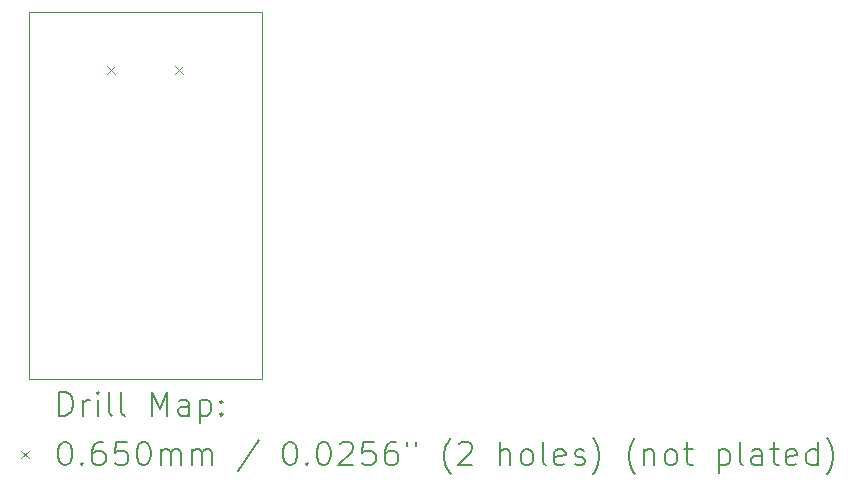
<source format=gbr>
%TF.GenerationSoftware,KiCad,Pcbnew,7.0.11-7.0.11~ubuntu22.04.1*%
%TF.CreationDate,2024-10-26T23:49:20+02:00*%
%TF.ProjectId,C6-40-Flash-test,43362d34-302d-4466-9c61-73682d746573,1.0*%
%TF.SameCoordinates,Original*%
%TF.FileFunction,Drillmap*%
%TF.FilePolarity,Positive*%
%FSLAX45Y45*%
G04 Gerber Fmt 4.5, Leading zero omitted, Abs format (unit mm)*
G04 Created by KiCad (PCBNEW 7.0.11-7.0.11~ubuntu22.04.1) date 2024-10-26 23:49:20*
%MOMM*%
%LPD*%
G01*
G04 APERTURE LIST*
%ADD10C,0.050000*%
%ADD11C,0.200000*%
%ADD12C,0.100000*%
G04 APERTURE END LIST*
D10*
X13235000Y-11269500D02*
X13235000Y-8163500D01*
X15207000Y-8163500D02*
X15207000Y-11269500D01*
X15207000Y-11269500D02*
X13235000Y-11269500D01*
X13235000Y-8163500D02*
X15207000Y-8163500D01*
D11*
D12*
X13897500Y-8626000D02*
X13962500Y-8691000D01*
X13962500Y-8626000D02*
X13897500Y-8691000D01*
X14475500Y-8626000D02*
X14540500Y-8691000D01*
X14540500Y-8626000D02*
X14475500Y-8691000D01*
D11*
X13493277Y-11583484D02*
X13493277Y-11383484D01*
X13493277Y-11383484D02*
X13540896Y-11383484D01*
X13540896Y-11383484D02*
X13569467Y-11393008D01*
X13569467Y-11393008D02*
X13588515Y-11412055D01*
X13588515Y-11412055D02*
X13598039Y-11431103D01*
X13598039Y-11431103D02*
X13607562Y-11469198D01*
X13607562Y-11469198D02*
X13607562Y-11497769D01*
X13607562Y-11497769D02*
X13598039Y-11535865D01*
X13598039Y-11535865D02*
X13588515Y-11554912D01*
X13588515Y-11554912D02*
X13569467Y-11573960D01*
X13569467Y-11573960D02*
X13540896Y-11583484D01*
X13540896Y-11583484D02*
X13493277Y-11583484D01*
X13693277Y-11583484D02*
X13693277Y-11450150D01*
X13693277Y-11488246D02*
X13702801Y-11469198D01*
X13702801Y-11469198D02*
X13712324Y-11459674D01*
X13712324Y-11459674D02*
X13731372Y-11450150D01*
X13731372Y-11450150D02*
X13750420Y-11450150D01*
X13817086Y-11583484D02*
X13817086Y-11450150D01*
X13817086Y-11383484D02*
X13807562Y-11393008D01*
X13807562Y-11393008D02*
X13817086Y-11402531D01*
X13817086Y-11402531D02*
X13826610Y-11393008D01*
X13826610Y-11393008D02*
X13817086Y-11383484D01*
X13817086Y-11383484D02*
X13817086Y-11402531D01*
X13940896Y-11583484D02*
X13921848Y-11573960D01*
X13921848Y-11573960D02*
X13912324Y-11554912D01*
X13912324Y-11554912D02*
X13912324Y-11383484D01*
X14045658Y-11583484D02*
X14026610Y-11573960D01*
X14026610Y-11573960D02*
X14017086Y-11554912D01*
X14017086Y-11554912D02*
X14017086Y-11383484D01*
X14274229Y-11583484D02*
X14274229Y-11383484D01*
X14274229Y-11383484D02*
X14340896Y-11526341D01*
X14340896Y-11526341D02*
X14407562Y-11383484D01*
X14407562Y-11383484D02*
X14407562Y-11583484D01*
X14588515Y-11583484D02*
X14588515Y-11478722D01*
X14588515Y-11478722D02*
X14578991Y-11459674D01*
X14578991Y-11459674D02*
X14559943Y-11450150D01*
X14559943Y-11450150D02*
X14521848Y-11450150D01*
X14521848Y-11450150D02*
X14502801Y-11459674D01*
X14588515Y-11573960D02*
X14569467Y-11583484D01*
X14569467Y-11583484D02*
X14521848Y-11583484D01*
X14521848Y-11583484D02*
X14502801Y-11573960D01*
X14502801Y-11573960D02*
X14493277Y-11554912D01*
X14493277Y-11554912D02*
X14493277Y-11535865D01*
X14493277Y-11535865D02*
X14502801Y-11516817D01*
X14502801Y-11516817D02*
X14521848Y-11507293D01*
X14521848Y-11507293D02*
X14569467Y-11507293D01*
X14569467Y-11507293D02*
X14588515Y-11497769D01*
X14683753Y-11450150D02*
X14683753Y-11650150D01*
X14683753Y-11459674D02*
X14702801Y-11450150D01*
X14702801Y-11450150D02*
X14740896Y-11450150D01*
X14740896Y-11450150D02*
X14759943Y-11459674D01*
X14759943Y-11459674D02*
X14769467Y-11469198D01*
X14769467Y-11469198D02*
X14778991Y-11488246D01*
X14778991Y-11488246D02*
X14778991Y-11545388D01*
X14778991Y-11545388D02*
X14769467Y-11564436D01*
X14769467Y-11564436D02*
X14759943Y-11573960D01*
X14759943Y-11573960D02*
X14740896Y-11583484D01*
X14740896Y-11583484D02*
X14702801Y-11583484D01*
X14702801Y-11583484D02*
X14683753Y-11573960D01*
X14864705Y-11564436D02*
X14874229Y-11573960D01*
X14874229Y-11573960D02*
X14864705Y-11583484D01*
X14864705Y-11583484D02*
X14855182Y-11573960D01*
X14855182Y-11573960D02*
X14864705Y-11564436D01*
X14864705Y-11564436D02*
X14864705Y-11583484D01*
X14864705Y-11459674D02*
X14874229Y-11469198D01*
X14874229Y-11469198D02*
X14864705Y-11478722D01*
X14864705Y-11478722D02*
X14855182Y-11469198D01*
X14855182Y-11469198D02*
X14864705Y-11459674D01*
X14864705Y-11459674D02*
X14864705Y-11478722D01*
D12*
X13167500Y-11879500D02*
X13232500Y-11944500D01*
X13232500Y-11879500D02*
X13167500Y-11944500D01*
D11*
X13531372Y-11803484D02*
X13550420Y-11803484D01*
X13550420Y-11803484D02*
X13569467Y-11813008D01*
X13569467Y-11813008D02*
X13578991Y-11822531D01*
X13578991Y-11822531D02*
X13588515Y-11841579D01*
X13588515Y-11841579D02*
X13598039Y-11879674D01*
X13598039Y-11879674D02*
X13598039Y-11927293D01*
X13598039Y-11927293D02*
X13588515Y-11965388D01*
X13588515Y-11965388D02*
X13578991Y-11984436D01*
X13578991Y-11984436D02*
X13569467Y-11993960D01*
X13569467Y-11993960D02*
X13550420Y-12003484D01*
X13550420Y-12003484D02*
X13531372Y-12003484D01*
X13531372Y-12003484D02*
X13512324Y-11993960D01*
X13512324Y-11993960D02*
X13502801Y-11984436D01*
X13502801Y-11984436D02*
X13493277Y-11965388D01*
X13493277Y-11965388D02*
X13483753Y-11927293D01*
X13483753Y-11927293D02*
X13483753Y-11879674D01*
X13483753Y-11879674D02*
X13493277Y-11841579D01*
X13493277Y-11841579D02*
X13502801Y-11822531D01*
X13502801Y-11822531D02*
X13512324Y-11813008D01*
X13512324Y-11813008D02*
X13531372Y-11803484D01*
X13683753Y-11984436D02*
X13693277Y-11993960D01*
X13693277Y-11993960D02*
X13683753Y-12003484D01*
X13683753Y-12003484D02*
X13674229Y-11993960D01*
X13674229Y-11993960D02*
X13683753Y-11984436D01*
X13683753Y-11984436D02*
X13683753Y-12003484D01*
X13864705Y-11803484D02*
X13826610Y-11803484D01*
X13826610Y-11803484D02*
X13807562Y-11813008D01*
X13807562Y-11813008D02*
X13798039Y-11822531D01*
X13798039Y-11822531D02*
X13778991Y-11851103D01*
X13778991Y-11851103D02*
X13769467Y-11889198D01*
X13769467Y-11889198D02*
X13769467Y-11965388D01*
X13769467Y-11965388D02*
X13778991Y-11984436D01*
X13778991Y-11984436D02*
X13788515Y-11993960D01*
X13788515Y-11993960D02*
X13807562Y-12003484D01*
X13807562Y-12003484D02*
X13845658Y-12003484D01*
X13845658Y-12003484D02*
X13864705Y-11993960D01*
X13864705Y-11993960D02*
X13874229Y-11984436D01*
X13874229Y-11984436D02*
X13883753Y-11965388D01*
X13883753Y-11965388D02*
X13883753Y-11917769D01*
X13883753Y-11917769D02*
X13874229Y-11898722D01*
X13874229Y-11898722D02*
X13864705Y-11889198D01*
X13864705Y-11889198D02*
X13845658Y-11879674D01*
X13845658Y-11879674D02*
X13807562Y-11879674D01*
X13807562Y-11879674D02*
X13788515Y-11889198D01*
X13788515Y-11889198D02*
X13778991Y-11898722D01*
X13778991Y-11898722D02*
X13769467Y-11917769D01*
X14064705Y-11803484D02*
X13969467Y-11803484D01*
X13969467Y-11803484D02*
X13959943Y-11898722D01*
X13959943Y-11898722D02*
X13969467Y-11889198D01*
X13969467Y-11889198D02*
X13988515Y-11879674D01*
X13988515Y-11879674D02*
X14036134Y-11879674D01*
X14036134Y-11879674D02*
X14055182Y-11889198D01*
X14055182Y-11889198D02*
X14064705Y-11898722D01*
X14064705Y-11898722D02*
X14074229Y-11917769D01*
X14074229Y-11917769D02*
X14074229Y-11965388D01*
X14074229Y-11965388D02*
X14064705Y-11984436D01*
X14064705Y-11984436D02*
X14055182Y-11993960D01*
X14055182Y-11993960D02*
X14036134Y-12003484D01*
X14036134Y-12003484D02*
X13988515Y-12003484D01*
X13988515Y-12003484D02*
X13969467Y-11993960D01*
X13969467Y-11993960D02*
X13959943Y-11984436D01*
X14198039Y-11803484D02*
X14217086Y-11803484D01*
X14217086Y-11803484D02*
X14236134Y-11813008D01*
X14236134Y-11813008D02*
X14245658Y-11822531D01*
X14245658Y-11822531D02*
X14255182Y-11841579D01*
X14255182Y-11841579D02*
X14264705Y-11879674D01*
X14264705Y-11879674D02*
X14264705Y-11927293D01*
X14264705Y-11927293D02*
X14255182Y-11965388D01*
X14255182Y-11965388D02*
X14245658Y-11984436D01*
X14245658Y-11984436D02*
X14236134Y-11993960D01*
X14236134Y-11993960D02*
X14217086Y-12003484D01*
X14217086Y-12003484D02*
X14198039Y-12003484D01*
X14198039Y-12003484D02*
X14178991Y-11993960D01*
X14178991Y-11993960D02*
X14169467Y-11984436D01*
X14169467Y-11984436D02*
X14159943Y-11965388D01*
X14159943Y-11965388D02*
X14150420Y-11927293D01*
X14150420Y-11927293D02*
X14150420Y-11879674D01*
X14150420Y-11879674D02*
X14159943Y-11841579D01*
X14159943Y-11841579D02*
X14169467Y-11822531D01*
X14169467Y-11822531D02*
X14178991Y-11813008D01*
X14178991Y-11813008D02*
X14198039Y-11803484D01*
X14350420Y-12003484D02*
X14350420Y-11870150D01*
X14350420Y-11889198D02*
X14359943Y-11879674D01*
X14359943Y-11879674D02*
X14378991Y-11870150D01*
X14378991Y-11870150D02*
X14407563Y-11870150D01*
X14407563Y-11870150D02*
X14426610Y-11879674D01*
X14426610Y-11879674D02*
X14436134Y-11898722D01*
X14436134Y-11898722D02*
X14436134Y-12003484D01*
X14436134Y-11898722D02*
X14445658Y-11879674D01*
X14445658Y-11879674D02*
X14464705Y-11870150D01*
X14464705Y-11870150D02*
X14493277Y-11870150D01*
X14493277Y-11870150D02*
X14512324Y-11879674D01*
X14512324Y-11879674D02*
X14521848Y-11898722D01*
X14521848Y-11898722D02*
X14521848Y-12003484D01*
X14617086Y-12003484D02*
X14617086Y-11870150D01*
X14617086Y-11889198D02*
X14626610Y-11879674D01*
X14626610Y-11879674D02*
X14645658Y-11870150D01*
X14645658Y-11870150D02*
X14674229Y-11870150D01*
X14674229Y-11870150D02*
X14693277Y-11879674D01*
X14693277Y-11879674D02*
X14702801Y-11898722D01*
X14702801Y-11898722D02*
X14702801Y-12003484D01*
X14702801Y-11898722D02*
X14712324Y-11879674D01*
X14712324Y-11879674D02*
X14731372Y-11870150D01*
X14731372Y-11870150D02*
X14759943Y-11870150D01*
X14759943Y-11870150D02*
X14778991Y-11879674D01*
X14778991Y-11879674D02*
X14788515Y-11898722D01*
X14788515Y-11898722D02*
X14788515Y-12003484D01*
X15178991Y-11793960D02*
X15007563Y-12051103D01*
X15436134Y-11803484D02*
X15455182Y-11803484D01*
X15455182Y-11803484D02*
X15474229Y-11813008D01*
X15474229Y-11813008D02*
X15483753Y-11822531D01*
X15483753Y-11822531D02*
X15493277Y-11841579D01*
X15493277Y-11841579D02*
X15502801Y-11879674D01*
X15502801Y-11879674D02*
X15502801Y-11927293D01*
X15502801Y-11927293D02*
X15493277Y-11965388D01*
X15493277Y-11965388D02*
X15483753Y-11984436D01*
X15483753Y-11984436D02*
X15474229Y-11993960D01*
X15474229Y-11993960D02*
X15455182Y-12003484D01*
X15455182Y-12003484D02*
X15436134Y-12003484D01*
X15436134Y-12003484D02*
X15417086Y-11993960D01*
X15417086Y-11993960D02*
X15407563Y-11984436D01*
X15407563Y-11984436D02*
X15398039Y-11965388D01*
X15398039Y-11965388D02*
X15388515Y-11927293D01*
X15388515Y-11927293D02*
X15388515Y-11879674D01*
X15388515Y-11879674D02*
X15398039Y-11841579D01*
X15398039Y-11841579D02*
X15407563Y-11822531D01*
X15407563Y-11822531D02*
X15417086Y-11813008D01*
X15417086Y-11813008D02*
X15436134Y-11803484D01*
X15588515Y-11984436D02*
X15598039Y-11993960D01*
X15598039Y-11993960D02*
X15588515Y-12003484D01*
X15588515Y-12003484D02*
X15578991Y-11993960D01*
X15578991Y-11993960D02*
X15588515Y-11984436D01*
X15588515Y-11984436D02*
X15588515Y-12003484D01*
X15721848Y-11803484D02*
X15740896Y-11803484D01*
X15740896Y-11803484D02*
X15759944Y-11813008D01*
X15759944Y-11813008D02*
X15769467Y-11822531D01*
X15769467Y-11822531D02*
X15778991Y-11841579D01*
X15778991Y-11841579D02*
X15788515Y-11879674D01*
X15788515Y-11879674D02*
X15788515Y-11927293D01*
X15788515Y-11927293D02*
X15778991Y-11965388D01*
X15778991Y-11965388D02*
X15769467Y-11984436D01*
X15769467Y-11984436D02*
X15759944Y-11993960D01*
X15759944Y-11993960D02*
X15740896Y-12003484D01*
X15740896Y-12003484D02*
X15721848Y-12003484D01*
X15721848Y-12003484D02*
X15702801Y-11993960D01*
X15702801Y-11993960D02*
X15693277Y-11984436D01*
X15693277Y-11984436D02*
X15683753Y-11965388D01*
X15683753Y-11965388D02*
X15674229Y-11927293D01*
X15674229Y-11927293D02*
X15674229Y-11879674D01*
X15674229Y-11879674D02*
X15683753Y-11841579D01*
X15683753Y-11841579D02*
X15693277Y-11822531D01*
X15693277Y-11822531D02*
X15702801Y-11813008D01*
X15702801Y-11813008D02*
X15721848Y-11803484D01*
X15864706Y-11822531D02*
X15874229Y-11813008D01*
X15874229Y-11813008D02*
X15893277Y-11803484D01*
X15893277Y-11803484D02*
X15940896Y-11803484D01*
X15940896Y-11803484D02*
X15959944Y-11813008D01*
X15959944Y-11813008D02*
X15969467Y-11822531D01*
X15969467Y-11822531D02*
X15978991Y-11841579D01*
X15978991Y-11841579D02*
X15978991Y-11860627D01*
X15978991Y-11860627D02*
X15969467Y-11889198D01*
X15969467Y-11889198D02*
X15855182Y-12003484D01*
X15855182Y-12003484D02*
X15978991Y-12003484D01*
X16159944Y-11803484D02*
X16064706Y-11803484D01*
X16064706Y-11803484D02*
X16055182Y-11898722D01*
X16055182Y-11898722D02*
X16064706Y-11889198D01*
X16064706Y-11889198D02*
X16083753Y-11879674D01*
X16083753Y-11879674D02*
X16131372Y-11879674D01*
X16131372Y-11879674D02*
X16150420Y-11889198D01*
X16150420Y-11889198D02*
X16159944Y-11898722D01*
X16159944Y-11898722D02*
X16169467Y-11917769D01*
X16169467Y-11917769D02*
X16169467Y-11965388D01*
X16169467Y-11965388D02*
X16159944Y-11984436D01*
X16159944Y-11984436D02*
X16150420Y-11993960D01*
X16150420Y-11993960D02*
X16131372Y-12003484D01*
X16131372Y-12003484D02*
X16083753Y-12003484D01*
X16083753Y-12003484D02*
X16064706Y-11993960D01*
X16064706Y-11993960D02*
X16055182Y-11984436D01*
X16340896Y-11803484D02*
X16302801Y-11803484D01*
X16302801Y-11803484D02*
X16283753Y-11813008D01*
X16283753Y-11813008D02*
X16274229Y-11822531D01*
X16274229Y-11822531D02*
X16255182Y-11851103D01*
X16255182Y-11851103D02*
X16245658Y-11889198D01*
X16245658Y-11889198D02*
X16245658Y-11965388D01*
X16245658Y-11965388D02*
X16255182Y-11984436D01*
X16255182Y-11984436D02*
X16264706Y-11993960D01*
X16264706Y-11993960D02*
X16283753Y-12003484D01*
X16283753Y-12003484D02*
X16321848Y-12003484D01*
X16321848Y-12003484D02*
X16340896Y-11993960D01*
X16340896Y-11993960D02*
X16350420Y-11984436D01*
X16350420Y-11984436D02*
X16359944Y-11965388D01*
X16359944Y-11965388D02*
X16359944Y-11917769D01*
X16359944Y-11917769D02*
X16350420Y-11898722D01*
X16350420Y-11898722D02*
X16340896Y-11889198D01*
X16340896Y-11889198D02*
X16321848Y-11879674D01*
X16321848Y-11879674D02*
X16283753Y-11879674D01*
X16283753Y-11879674D02*
X16264706Y-11889198D01*
X16264706Y-11889198D02*
X16255182Y-11898722D01*
X16255182Y-11898722D02*
X16245658Y-11917769D01*
X16436134Y-11803484D02*
X16436134Y-11841579D01*
X16512325Y-11803484D02*
X16512325Y-11841579D01*
X16807563Y-12079674D02*
X16798039Y-12070150D01*
X16798039Y-12070150D02*
X16778991Y-12041579D01*
X16778991Y-12041579D02*
X16769468Y-12022531D01*
X16769468Y-12022531D02*
X16759944Y-11993960D01*
X16759944Y-11993960D02*
X16750420Y-11946341D01*
X16750420Y-11946341D02*
X16750420Y-11908246D01*
X16750420Y-11908246D02*
X16759944Y-11860627D01*
X16759944Y-11860627D02*
X16769468Y-11832055D01*
X16769468Y-11832055D02*
X16778991Y-11813008D01*
X16778991Y-11813008D02*
X16798039Y-11784436D01*
X16798039Y-11784436D02*
X16807563Y-11774912D01*
X16874230Y-11822531D02*
X16883753Y-11813008D01*
X16883753Y-11813008D02*
X16902801Y-11803484D01*
X16902801Y-11803484D02*
X16950420Y-11803484D01*
X16950420Y-11803484D02*
X16969468Y-11813008D01*
X16969468Y-11813008D02*
X16978991Y-11822531D01*
X16978991Y-11822531D02*
X16988515Y-11841579D01*
X16988515Y-11841579D02*
X16988515Y-11860627D01*
X16988515Y-11860627D02*
X16978991Y-11889198D01*
X16978991Y-11889198D02*
X16864706Y-12003484D01*
X16864706Y-12003484D02*
X16988515Y-12003484D01*
X17226611Y-12003484D02*
X17226611Y-11803484D01*
X17312325Y-12003484D02*
X17312325Y-11898722D01*
X17312325Y-11898722D02*
X17302801Y-11879674D01*
X17302801Y-11879674D02*
X17283753Y-11870150D01*
X17283753Y-11870150D02*
X17255182Y-11870150D01*
X17255182Y-11870150D02*
X17236134Y-11879674D01*
X17236134Y-11879674D02*
X17226611Y-11889198D01*
X17436134Y-12003484D02*
X17417087Y-11993960D01*
X17417087Y-11993960D02*
X17407563Y-11984436D01*
X17407563Y-11984436D02*
X17398039Y-11965388D01*
X17398039Y-11965388D02*
X17398039Y-11908246D01*
X17398039Y-11908246D02*
X17407563Y-11889198D01*
X17407563Y-11889198D02*
X17417087Y-11879674D01*
X17417087Y-11879674D02*
X17436134Y-11870150D01*
X17436134Y-11870150D02*
X17464706Y-11870150D01*
X17464706Y-11870150D02*
X17483753Y-11879674D01*
X17483753Y-11879674D02*
X17493277Y-11889198D01*
X17493277Y-11889198D02*
X17502801Y-11908246D01*
X17502801Y-11908246D02*
X17502801Y-11965388D01*
X17502801Y-11965388D02*
X17493277Y-11984436D01*
X17493277Y-11984436D02*
X17483753Y-11993960D01*
X17483753Y-11993960D02*
X17464706Y-12003484D01*
X17464706Y-12003484D02*
X17436134Y-12003484D01*
X17617087Y-12003484D02*
X17598039Y-11993960D01*
X17598039Y-11993960D02*
X17588515Y-11974912D01*
X17588515Y-11974912D02*
X17588515Y-11803484D01*
X17769468Y-11993960D02*
X17750420Y-12003484D01*
X17750420Y-12003484D02*
X17712325Y-12003484D01*
X17712325Y-12003484D02*
X17693277Y-11993960D01*
X17693277Y-11993960D02*
X17683753Y-11974912D01*
X17683753Y-11974912D02*
X17683753Y-11898722D01*
X17683753Y-11898722D02*
X17693277Y-11879674D01*
X17693277Y-11879674D02*
X17712325Y-11870150D01*
X17712325Y-11870150D02*
X17750420Y-11870150D01*
X17750420Y-11870150D02*
X17769468Y-11879674D01*
X17769468Y-11879674D02*
X17778992Y-11898722D01*
X17778992Y-11898722D02*
X17778992Y-11917769D01*
X17778992Y-11917769D02*
X17683753Y-11936817D01*
X17855182Y-11993960D02*
X17874230Y-12003484D01*
X17874230Y-12003484D02*
X17912325Y-12003484D01*
X17912325Y-12003484D02*
X17931373Y-11993960D01*
X17931373Y-11993960D02*
X17940896Y-11974912D01*
X17940896Y-11974912D02*
X17940896Y-11965388D01*
X17940896Y-11965388D02*
X17931373Y-11946341D01*
X17931373Y-11946341D02*
X17912325Y-11936817D01*
X17912325Y-11936817D02*
X17883753Y-11936817D01*
X17883753Y-11936817D02*
X17864706Y-11927293D01*
X17864706Y-11927293D02*
X17855182Y-11908246D01*
X17855182Y-11908246D02*
X17855182Y-11898722D01*
X17855182Y-11898722D02*
X17864706Y-11879674D01*
X17864706Y-11879674D02*
X17883753Y-11870150D01*
X17883753Y-11870150D02*
X17912325Y-11870150D01*
X17912325Y-11870150D02*
X17931373Y-11879674D01*
X18007563Y-12079674D02*
X18017087Y-12070150D01*
X18017087Y-12070150D02*
X18036134Y-12041579D01*
X18036134Y-12041579D02*
X18045658Y-12022531D01*
X18045658Y-12022531D02*
X18055182Y-11993960D01*
X18055182Y-11993960D02*
X18064706Y-11946341D01*
X18064706Y-11946341D02*
X18064706Y-11908246D01*
X18064706Y-11908246D02*
X18055182Y-11860627D01*
X18055182Y-11860627D02*
X18045658Y-11832055D01*
X18045658Y-11832055D02*
X18036134Y-11813008D01*
X18036134Y-11813008D02*
X18017087Y-11784436D01*
X18017087Y-11784436D02*
X18007563Y-11774912D01*
X18369468Y-12079674D02*
X18359944Y-12070150D01*
X18359944Y-12070150D02*
X18340896Y-12041579D01*
X18340896Y-12041579D02*
X18331373Y-12022531D01*
X18331373Y-12022531D02*
X18321849Y-11993960D01*
X18321849Y-11993960D02*
X18312325Y-11946341D01*
X18312325Y-11946341D02*
X18312325Y-11908246D01*
X18312325Y-11908246D02*
X18321849Y-11860627D01*
X18321849Y-11860627D02*
X18331373Y-11832055D01*
X18331373Y-11832055D02*
X18340896Y-11813008D01*
X18340896Y-11813008D02*
X18359944Y-11784436D01*
X18359944Y-11784436D02*
X18369468Y-11774912D01*
X18445658Y-11870150D02*
X18445658Y-12003484D01*
X18445658Y-11889198D02*
X18455182Y-11879674D01*
X18455182Y-11879674D02*
X18474230Y-11870150D01*
X18474230Y-11870150D02*
X18502801Y-11870150D01*
X18502801Y-11870150D02*
X18521849Y-11879674D01*
X18521849Y-11879674D02*
X18531373Y-11898722D01*
X18531373Y-11898722D02*
X18531373Y-12003484D01*
X18655182Y-12003484D02*
X18636134Y-11993960D01*
X18636134Y-11993960D02*
X18626611Y-11984436D01*
X18626611Y-11984436D02*
X18617087Y-11965388D01*
X18617087Y-11965388D02*
X18617087Y-11908246D01*
X18617087Y-11908246D02*
X18626611Y-11889198D01*
X18626611Y-11889198D02*
X18636134Y-11879674D01*
X18636134Y-11879674D02*
X18655182Y-11870150D01*
X18655182Y-11870150D02*
X18683754Y-11870150D01*
X18683754Y-11870150D02*
X18702801Y-11879674D01*
X18702801Y-11879674D02*
X18712325Y-11889198D01*
X18712325Y-11889198D02*
X18721849Y-11908246D01*
X18721849Y-11908246D02*
X18721849Y-11965388D01*
X18721849Y-11965388D02*
X18712325Y-11984436D01*
X18712325Y-11984436D02*
X18702801Y-11993960D01*
X18702801Y-11993960D02*
X18683754Y-12003484D01*
X18683754Y-12003484D02*
X18655182Y-12003484D01*
X18778992Y-11870150D02*
X18855182Y-11870150D01*
X18807563Y-11803484D02*
X18807563Y-11974912D01*
X18807563Y-11974912D02*
X18817087Y-11993960D01*
X18817087Y-11993960D02*
X18836134Y-12003484D01*
X18836134Y-12003484D02*
X18855182Y-12003484D01*
X19074230Y-11870150D02*
X19074230Y-12070150D01*
X19074230Y-11879674D02*
X19093277Y-11870150D01*
X19093277Y-11870150D02*
X19131373Y-11870150D01*
X19131373Y-11870150D02*
X19150420Y-11879674D01*
X19150420Y-11879674D02*
X19159944Y-11889198D01*
X19159944Y-11889198D02*
X19169468Y-11908246D01*
X19169468Y-11908246D02*
X19169468Y-11965388D01*
X19169468Y-11965388D02*
X19159944Y-11984436D01*
X19159944Y-11984436D02*
X19150420Y-11993960D01*
X19150420Y-11993960D02*
X19131373Y-12003484D01*
X19131373Y-12003484D02*
X19093277Y-12003484D01*
X19093277Y-12003484D02*
X19074230Y-11993960D01*
X19283754Y-12003484D02*
X19264706Y-11993960D01*
X19264706Y-11993960D02*
X19255182Y-11974912D01*
X19255182Y-11974912D02*
X19255182Y-11803484D01*
X19445658Y-12003484D02*
X19445658Y-11898722D01*
X19445658Y-11898722D02*
X19436135Y-11879674D01*
X19436135Y-11879674D02*
X19417087Y-11870150D01*
X19417087Y-11870150D02*
X19378992Y-11870150D01*
X19378992Y-11870150D02*
X19359944Y-11879674D01*
X19445658Y-11993960D02*
X19426611Y-12003484D01*
X19426611Y-12003484D02*
X19378992Y-12003484D01*
X19378992Y-12003484D02*
X19359944Y-11993960D01*
X19359944Y-11993960D02*
X19350420Y-11974912D01*
X19350420Y-11974912D02*
X19350420Y-11955865D01*
X19350420Y-11955865D02*
X19359944Y-11936817D01*
X19359944Y-11936817D02*
X19378992Y-11927293D01*
X19378992Y-11927293D02*
X19426611Y-11927293D01*
X19426611Y-11927293D02*
X19445658Y-11917769D01*
X19512325Y-11870150D02*
X19588515Y-11870150D01*
X19540896Y-11803484D02*
X19540896Y-11974912D01*
X19540896Y-11974912D02*
X19550420Y-11993960D01*
X19550420Y-11993960D02*
X19569468Y-12003484D01*
X19569468Y-12003484D02*
X19588515Y-12003484D01*
X19731373Y-11993960D02*
X19712325Y-12003484D01*
X19712325Y-12003484D02*
X19674230Y-12003484D01*
X19674230Y-12003484D02*
X19655182Y-11993960D01*
X19655182Y-11993960D02*
X19645658Y-11974912D01*
X19645658Y-11974912D02*
X19645658Y-11898722D01*
X19645658Y-11898722D02*
X19655182Y-11879674D01*
X19655182Y-11879674D02*
X19674230Y-11870150D01*
X19674230Y-11870150D02*
X19712325Y-11870150D01*
X19712325Y-11870150D02*
X19731373Y-11879674D01*
X19731373Y-11879674D02*
X19740896Y-11898722D01*
X19740896Y-11898722D02*
X19740896Y-11917769D01*
X19740896Y-11917769D02*
X19645658Y-11936817D01*
X19912325Y-12003484D02*
X19912325Y-11803484D01*
X19912325Y-11993960D02*
X19893277Y-12003484D01*
X19893277Y-12003484D02*
X19855182Y-12003484D01*
X19855182Y-12003484D02*
X19836135Y-11993960D01*
X19836135Y-11993960D02*
X19826611Y-11984436D01*
X19826611Y-11984436D02*
X19817087Y-11965388D01*
X19817087Y-11965388D02*
X19817087Y-11908246D01*
X19817087Y-11908246D02*
X19826611Y-11889198D01*
X19826611Y-11889198D02*
X19836135Y-11879674D01*
X19836135Y-11879674D02*
X19855182Y-11870150D01*
X19855182Y-11870150D02*
X19893277Y-11870150D01*
X19893277Y-11870150D02*
X19912325Y-11879674D01*
X19988516Y-12079674D02*
X19998039Y-12070150D01*
X19998039Y-12070150D02*
X20017087Y-12041579D01*
X20017087Y-12041579D02*
X20026611Y-12022531D01*
X20026611Y-12022531D02*
X20036135Y-11993960D01*
X20036135Y-11993960D02*
X20045658Y-11946341D01*
X20045658Y-11946341D02*
X20045658Y-11908246D01*
X20045658Y-11908246D02*
X20036135Y-11860627D01*
X20036135Y-11860627D02*
X20026611Y-11832055D01*
X20026611Y-11832055D02*
X20017087Y-11813008D01*
X20017087Y-11813008D02*
X19998039Y-11784436D01*
X19998039Y-11784436D02*
X19988516Y-11774912D01*
M02*

</source>
